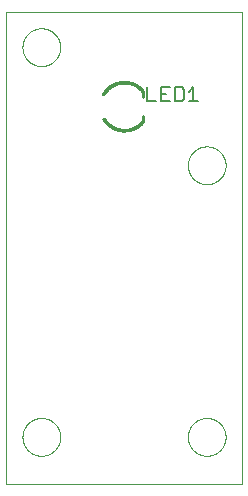
<source format=gto>
G75*
%MOIN*%
%OFA0B0*%
%FSLAX25Y25*%
%IPPOS*%
%LPD*%
%AMOC8*
5,1,8,0,0,1.08239X$1,22.5*
%
%ADD10C,0.00000*%
%ADD11C,0.00100*%
%ADD12C,0.01000*%
%ADD13C,0.00500*%
D10*
X0001000Y0001000D02*
X0001000Y0158480D01*
X0079740Y0158480D01*
X0079740Y0001000D01*
X0001000Y0001000D01*
X0006512Y0016748D02*
X0006514Y0016906D01*
X0006520Y0017064D01*
X0006530Y0017222D01*
X0006544Y0017380D01*
X0006562Y0017537D01*
X0006583Y0017694D01*
X0006609Y0017850D01*
X0006639Y0018006D01*
X0006672Y0018161D01*
X0006710Y0018314D01*
X0006751Y0018467D01*
X0006796Y0018619D01*
X0006845Y0018770D01*
X0006898Y0018919D01*
X0006954Y0019067D01*
X0007014Y0019213D01*
X0007078Y0019358D01*
X0007146Y0019501D01*
X0007217Y0019643D01*
X0007291Y0019783D01*
X0007369Y0019920D01*
X0007451Y0020056D01*
X0007535Y0020190D01*
X0007624Y0020321D01*
X0007715Y0020450D01*
X0007810Y0020577D01*
X0007907Y0020702D01*
X0008008Y0020824D01*
X0008112Y0020943D01*
X0008219Y0021060D01*
X0008329Y0021174D01*
X0008442Y0021285D01*
X0008557Y0021394D01*
X0008675Y0021499D01*
X0008796Y0021601D01*
X0008919Y0021701D01*
X0009045Y0021797D01*
X0009173Y0021890D01*
X0009303Y0021980D01*
X0009436Y0022066D01*
X0009571Y0022150D01*
X0009707Y0022229D01*
X0009846Y0022306D01*
X0009987Y0022378D01*
X0010129Y0022448D01*
X0010273Y0022513D01*
X0010419Y0022575D01*
X0010566Y0022633D01*
X0010715Y0022688D01*
X0010865Y0022739D01*
X0011016Y0022786D01*
X0011168Y0022829D01*
X0011321Y0022868D01*
X0011476Y0022904D01*
X0011631Y0022935D01*
X0011787Y0022963D01*
X0011943Y0022987D01*
X0012100Y0023007D01*
X0012258Y0023023D01*
X0012415Y0023035D01*
X0012574Y0023043D01*
X0012732Y0023047D01*
X0012890Y0023047D01*
X0013048Y0023043D01*
X0013207Y0023035D01*
X0013364Y0023023D01*
X0013522Y0023007D01*
X0013679Y0022987D01*
X0013835Y0022963D01*
X0013991Y0022935D01*
X0014146Y0022904D01*
X0014301Y0022868D01*
X0014454Y0022829D01*
X0014606Y0022786D01*
X0014757Y0022739D01*
X0014907Y0022688D01*
X0015056Y0022633D01*
X0015203Y0022575D01*
X0015349Y0022513D01*
X0015493Y0022448D01*
X0015635Y0022378D01*
X0015776Y0022306D01*
X0015915Y0022229D01*
X0016051Y0022150D01*
X0016186Y0022066D01*
X0016319Y0021980D01*
X0016449Y0021890D01*
X0016577Y0021797D01*
X0016703Y0021701D01*
X0016826Y0021601D01*
X0016947Y0021499D01*
X0017065Y0021394D01*
X0017180Y0021285D01*
X0017293Y0021174D01*
X0017403Y0021060D01*
X0017510Y0020943D01*
X0017614Y0020824D01*
X0017715Y0020702D01*
X0017812Y0020577D01*
X0017907Y0020450D01*
X0017998Y0020321D01*
X0018087Y0020190D01*
X0018171Y0020056D01*
X0018253Y0019920D01*
X0018331Y0019783D01*
X0018405Y0019643D01*
X0018476Y0019501D01*
X0018544Y0019358D01*
X0018608Y0019213D01*
X0018668Y0019067D01*
X0018724Y0018919D01*
X0018777Y0018770D01*
X0018826Y0018619D01*
X0018871Y0018467D01*
X0018912Y0018314D01*
X0018950Y0018161D01*
X0018983Y0018006D01*
X0019013Y0017850D01*
X0019039Y0017694D01*
X0019060Y0017537D01*
X0019078Y0017380D01*
X0019092Y0017222D01*
X0019102Y0017064D01*
X0019108Y0016906D01*
X0019110Y0016748D01*
X0019108Y0016590D01*
X0019102Y0016432D01*
X0019092Y0016274D01*
X0019078Y0016116D01*
X0019060Y0015959D01*
X0019039Y0015802D01*
X0019013Y0015646D01*
X0018983Y0015490D01*
X0018950Y0015335D01*
X0018912Y0015182D01*
X0018871Y0015029D01*
X0018826Y0014877D01*
X0018777Y0014726D01*
X0018724Y0014577D01*
X0018668Y0014429D01*
X0018608Y0014283D01*
X0018544Y0014138D01*
X0018476Y0013995D01*
X0018405Y0013853D01*
X0018331Y0013713D01*
X0018253Y0013576D01*
X0018171Y0013440D01*
X0018087Y0013306D01*
X0017998Y0013175D01*
X0017907Y0013046D01*
X0017812Y0012919D01*
X0017715Y0012794D01*
X0017614Y0012672D01*
X0017510Y0012553D01*
X0017403Y0012436D01*
X0017293Y0012322D01*
X0017180Y0012211D01*
X0017065Y0012102D01*
X0016947Y0011997D01*
X0016826Y0011895D01*
X0016703Y0011795D01*
X0016577Y0011699D01*
X0016449Y0011606D01*
X0016319Y0011516D01*
X0016186Y0011430D01*
X0016051Y0011346D01*
X0015915Y0011267D01*
X0015776Y0011190D01*
X0015635Y0011118D01*
X0015493Y0011048D01*
X0015349Y0010983D01*
X0015203Y0010921D01*
X0015056Y0010863D01*
X0014907Y0010808D01*
X0014757Y0010757D01*
X0014606Y0010710D01*
X0014454Y0010667D01*
X0014301Y0010628D01*
X0014146Y0010592D01*
X0013991Y0010561D01*
X0013835Y0010533D01*
X0013679Y0010509D01*
X0013522Y0010489D01*
X0013364Y0010473D01*
X0013207Y0010461D01*
X0013048Y0010453D01*
X0012890Y0010449D01*
X0012732Y0010449D01*
X0012574Y0010453D01*
X0012415Y0010461D01*
X0012258Y0010473D01*
X0012100Y0010489D01*
X0011943Y0010509D01*
X0011787Y0010533D01*
X0011631Y0010561D01*
X0011476Y0010592D01*
X0011321Y0010628D01*
X0011168Y0010667D01*
X0011016Y0010710D01*
X0010865Y0010757D01*
X0010715Y0010808D01*
X0010566Y0010863D01*
X0010419Y0010921D01*
X0010273Y0010983D01*
X0010129Y0011048D01*
X0009987Y0011118D01*
X0009846Y0011190D01*
X0009707Y0011267D01*
X0009571Y0011346D01*
X0009436Y0011430D01*
X0009303Y0011516D01*
X0009173Y0011606D01*
X0009045Y0011699D01*
X0008919Y0011795D01*
X0008796Y0011895D01*
X0008675Y0011997D01*
X0008557Y0012102D01*
X0008442Y0012211D01*
X0008329Y0012322D01*
X0008219Y0012436D01*
X0008112Y0012553D01*
X0008008Y0012672D01*
X0007907Y0012794D01*
X0007810Y0012919D01*
X0007715Y0013046D01*
X0007624Y0013175D01*
X0007535Y0013306D01*
X0007451Y0013440D01*
X0007369Y0013576D01*
X0007291Y0013713D01*
X0007217Y0013853D01*
X0007146Y0013995D01*
X0007078Y0014138D01*
X0007014Y0014283D01*
X0006954Y0014429D01*
X0006898Y0014577D01*
X0006845Y0014726D01*
X0006796Y0014877D01*
X0006751Y0015029D01*
X0006710Y0015182D01*
X0006672Y0015335D01*
X0006639Y0015490D01*
X0006609Y0015646D01*
X0006583Y0015802D01*
X0006562Y0015959D01*
X0006544Y0016116D01*
X0006530Y0016274D01*
X0006520Y0016432D01*
X0006514Y0016590D01*
X0006512Y0016748D01*
X0061630Y0016748D02*
X0061632Y0016906D01*
X0061638Y0017064D01*
X0061648Y0017222D01*
X0061662Y0017380D01*
X0061680Y0017537D01*
X0061701Y0017694D01*
X0061727Y0017850D01*
X0061757Y0018006D01*
X0061790Y0018161D01*
X0061828Y0018314D01*
X0061869Y0018467D01*
X0061914Y0018619D01*
X0061963Y0018770D01*
X0062016Y0018919D01*
X0062072Y0019067D01*
X0062132Y0019213D01*
X0062196Y0019358D01*
X0062264Y0019501D01*
X0062335Y0019643D01*
X0062409Y0019783D01*
X0062487Y0019920D01*
X0062569Y0020056D01*
X0062653Y0020190D01*
X0062742Y0020321D01*
X0062833Y0020450D01*
X0062928Y0020577D01*
X0063025Y0020702D01*
X0063126Y0020824D01*
X0063230Y0020943D01*
X0063337Y0021060D01*
X0063447Y0021174D01*
X0063560Y0021285D01*
X0063675Y0021394D01*
X0063793Y0021499D01*
X0063914Y0021601D01*
X0064037Y0021701D01*
X0064163Y0021797D01*
X0064291Y0021890D01*
X0064421Y0021980D01*
X0064554Y0022066D01*
X0064689Y0022150D01*
X0064825Y0022229D01*
X0064964Y0022306D01*
X0065105Y0022378D01*
X0065247Y0022448D01*
X0065391Y0022513D01*
X0065537Y0022575D01*
X0065684Y0022633D01*
X0065833Y0022688D01*
X0065983Y0022739D01*
X0066134Y0022786D01*
X0066286Y0022829D01*
X0066439Y0022868D01*
X0066594Y0022904D01*
X0066749Y0022935D01*
X0066905Y0022963D01*
X0067061Y0022987D01*
X0067218Y0023007D01*
X0067376Y0023023D01*
X0067533Y0023035D01*
X0067692Y0023043D01*
X0067850Y0023047D01*
X0068008Y0023047D01*
X0068166Y0023043D01*
X0068325Y0023035D01*
X0068482Y0023023D01*
X0068640Y0023007D01*
X0068797Y0022987D01*
X0068953Y0022963D01*
X0069109Y0022935D01*
X0069264Y0022904D01*
X0069419Y0022868D01*
X0069572Y0022829D01*
X0069724Y0022786D01*
X0069875Y0022739D01*
X0070025Y0022688D01*
X0070174Y0022633D01*
X0070321Y0022575D01*
X0070467Y0022513D01*
X0070611Y0022448D01*
X0070753Y0022378D01*
X0070894Y0022306D01*
X0071033Y0022229D01*
X0071169Y0022150D01*
X0071304Y0022066D01*
X0071437Y0021980D01*
X0071567Y0021890D01*
X0071695Y0021797D01*
X0071821Y0021701D01*
X0071944Y0021601D01*
X0072065Y0021499D01*
X0072183Y0021394D01*
X0072298Y0021285D01*
X0072411Y0021174D01*
X0072521Y0021060D01*
X0072628Y0020943D01*
X0072732Y0020824D01*
X0072833Y0020702D01*
X0072930Y0020577D01*
X0073025Y0020450D01*
X0073116Y0020321D01*
X0073205Y0020190D01*
X0073289Y0020056D01*
X0073371Y0019920D01*
X0073449Y0019783D01*
X0073523Y0019643D01*
X0073594Y0019501D01*
X0073662Y0019358D01*
X0073726Y0019213D01*
X0073786Y0019067D01*
X0073842Y0018919D01*
X0073895Y0018770D01*
X0073944Y0018619D01*
X0073989Y0018467D01*
X0074030Y0018314D01*
X0074068Y0018161D01*
X0074101Y0018006D01*
X0074131Y0017850D01*
X0074157Y0017694D01*
X0074178Y0017537D01*
X0074196Y0017380D01*
X0074210Y0017222D01*
X0074220Y0017064D01*
X0074226Y0016906D01*
X0074228Y0016748D01*
X0074226Y0016590D01*
X0074220Y0016432D01*
X0074210Y0016274D01*
X0074196Y0016116D01*
X0074178Y0015959D01*
X0074157Y0015802D01*
X0074131Y0015646D01*
X0074101Y0015490D01*
X0074068Y0015335D01*
X0074030Y0015182D01*
X0073989Y0015029D01*
X0073944Y0014877D01*
X0073895Y0014726D01*
X0073842Y0014577D01*
X0073786Y0014429D01*
X0073726Y0014283D01*
X0073662Y0014138D01*
X0073594Y0013995D01*
X0073523Y0013853D01*
X0073449Y0013713D01*
X0073371Y0013576D01*
X0073289Y0013440D01*
X0073205Y0013306D01*
X0073116Y0013175D01*
X0073025Y0013046D01*
X0072930Y0012919D01*
X0072833Y0012794D01*
X0072732Y0012672D01*
X0072628Y0012553D01*
X0072521Y0012436D01*
X0072411Y0012322D01*
X0072298Y0012211D01*
X0072183Y0012102D01*
X0072065Y0011997D01*
X0071944Y0011895D01*
X0071821Y0011795D01*
X0071695Y0011699D01*
X0071567Y0011606D01*
X0071437Y0011516D01*
X0071304Y0011430D01*
X0071169Y0011346D01*
X0071033Y0011267D01*
X0070894Y0011190D01*
X0070753Y0011118D01*
X0070611Y0011048D01*
X0070467Y0010983D01*
X0070321Y0010921D01*
X0070174Y0010863D01*
X0070025Y0010808D01*
X0069875Y0010757D01*
X0069724Y0010710D01*
X0069572Y0010667D01*
X0069419Y0010628D01*
X0069264Y0010592D01*
X0069109Y0010561D01*
X0068953Y0010533D01*
X0068797Y0010509D01*
X0068640Y0010489D01*
X0068482Y0010473D01*
X0068325Y0010461D01*
X0068166Y0010453D01*
X0068008Y0010449D01*
X0067850Y0010449D01*
X0067692Y0010453D01*
X0067533Y0010461D01*
X0067376Y0010473D01*
X0067218Y0010489D01*
X0067061Y0010509D01*
X0066905Y0010533D01*
X0066749Y0010561D01*
X0066594Y0010592D01*
X0066439Y0010628D01*
X0066286Y0010667D01*
X0066134Y0010710D01*
X0065983Y0010757D01*
X0065833Y0010808D01*
X0065684Y0010863D01*
X0065537Y0010921D01*
X0065391Y0010983D01*
X0065247Y0011048D01*
X0065105Y0011118D01*
X0064964Y0011190D01*
X0064825Y0011267D01*
X0064689Y0011346D01*
X0064554Y0011430D01*
X0064421Y0011516D01*
X0064291Y0011606D01*
X0064163Y0011699D01*
X0064037Y0011795D01*
X0063914Y0011895D01*
X0063793Y0011997D01*
X0063675Y0012102D01*
X0063560Y0012211D01*
X0063447Y0012322D01*
X0063337Y0012436D01*
X0063230Y0012553D01*
X0063126Y0012672D01*
X0063025Y0012794D01*
X0062928Y0012919D01*
X0062833Y0013046D01*
X0062742Y0013175D01*
X0062653Y0013306D01*
X0062569Y0013440D01*
X0062487Y0013576D01*
X0062409Y0013713D01*
X0062335Y0013853D01*
X0062264Y0013995D01*
X0062196Y0014138D01*
X0062132Y0014283D01*
X0062072Y0014429D01*
X0062016Y0014577D01*
X0061963Y0014726D01*
X0061914Y0014877D01*
X0061869Y0015029D01*
X0061828Y0015182D01*
X0061790Y0015335D01*
X0061757Y0015490D01*
X0061727Y0015646D01*
X0061701Y0015802D01*
X0061680Y0015959D01*
X0061662Y0016116D01*
X0061648Y0016274D01*
X0061638Y0016432D01*
X0061632Y0016590D01*
X0061630Y0016748D01*
X0061630Y0107299D02*
X0061632Y0107457D01*
X0061638Y0107615D01*
X0061648Y0107773D01*
X0061662Y0107931D01*
X0061680Y0108088D01*
X0061701Y0108245D01*
X0061727Y0108401D01*
X0061757Y0108557D01*
X0061790Y0108712D01*
X0061828Y0108865D01*
X0061869Y0109018D01*
X0061914Y0109170D01*
X0061963Y0109321D01*
X0062016Y0109470D01*
X0062072Y0109618D01*
X0062132Y0109764D01*
X0062196Y0109909D01*
X0062264Y0110052D01*
X0062335Y0110194D01*
X0062409Y0110334D01*
X0062487Y0110471D01*
X0062569Y0110607D01*
X0062653Y0110741D01*
X0062742Y0110872D01*
X0062833Y0111001D01*
X0062928Y0111128D01*
X0063025Y0111253D01*
X0063126Y0111375D01*
X0063230Y0111494D01*
X0063337Y0111611D01*
X0063447Y0111725D01*
X0063560Y0111836D01*
X0063675Y0111945D01*
X0063793Y0112050D01*
X0063914Y0112152D01*
X0064037Y0112252D01*
X0064163Y0112348D01*
X0064291Y0112441D01*
X0064421Y0112531D01*
X0064554Y0112617D01*
X0064689Y0112701D01*
X0064825Y0112780D01*
X0064964Y0112857D01*
X0065105Y0112929D01*
X0065247Y0112999D01*
X0065391Y0113064D01*
X0065537Y0113126D01*
X0065684Y0113184D01*
X0065833Y0113239D01*
X0065983Y0113290D01*
X0066134Y0113337D01*
X0066286Y0113380D01*
X0066439Y0113419D01*
X0066594Y0113455D01*
X0066749Y0113486D01*
X0066905Y0113514D01*
X0067061Y0113538D01*
X0067218Y0113558D01*
X0067376Y0113574D01*
X0067533Y0113586D01*
X0067692Y0113594D01*
X0067850Y0113598D01*
X0068008Y0113598D01*
X0068166Y0113594D01*
X0068325Y0113586D01*
X0068482Y0113574D01*
X0068640Y0113558D01*
X0068797Y0113538D01*
X0068953Y0113514D01*
X0069109Y0113486D01*
X0069264Y0113455D01*
X0069419Y0113419D01*
X0069572Y0113380D01*
X0069724Y0113337D01*
X0069875Y0113290D01*
X0070025Y0113239D01*
X0070174Y0113184D01*
X0070321Y0113126D01*
X0070467Y0113064D01*
X0070611Y0112999D01*
X0070753Y0112929D01*
X0070894Y0112857D01*
X0071033Y0112780D01*
X0071169Y0112701D01*
X0071304Y0112617D01*
X0071437Y0112531D01*
X0071567Y0112441D01*
X0071695Y0112348D01*
X0071821Y0112252D01*
X0071944Y0112152D01*
X0072065Y0112050D01*
X0072183Y0111945D01*
X0072298Y0111836D01*
X0072411Y0111725D01*
X0072521Y0111611D01*
X0072628Y0111494D01*
X0072732Y0111375D01*
X0072833Y0111253D01*
X0072930Y0111128D01*
X0073025Y0111001D01*
X0073116Y0110872D01*
X0073205Y0110741D01*
X0073289Y0110607D01*
X0073371Y0110471D01*
X0073449Y0110334D01*
X0073523Y0110194D01*
X0073594Y0110052D01*
X0073662Y0109909D01*
X0073726Y0109764D01*
X0073786Y0109618D01*
X0073842Y0109470D01*
X0073895Y0109321D01*
X0073944Y0109170D01*
X0073989Y0109018D01*
X0074030Y0108865D01*
X0074068Y0108712D01*
X0074101Y0108557D01*
X0074131Y0108401D01*
X0074157Y0108245D01*
X0074178Y0108088D01*
X0074196Y0107931D01*
X0074210Y0107773D01*
X0074220Y0107615D01*
X0074226Y0107457D01*
X0074228Y0107299D01*
X0074226Y0107141D01*
X0074220Y0106983D01*
X0074210Y0106825D01*
X0074196Y0106667D01*
X0074178Y0106510D01*
X0074157Y0106353D01*
X0074131Y0106197D01*
X0074101Y0106041D01*
X0074068Y0105886D01*
X0074030Y0105733D01*
X0073989Y0105580D01*
X0073944Y0105428D01*
X0073895Y0105277D01*
X0073842Y0105128D01*
X0073786Y0104980D01*
X0073726Y0104834D01*
X0073662Y0104689D01*
X0073594Y0104546D01*
X0073523Y0104404D01*
X0073449Y0104264D01*
X0073371Y0104127D01*
X0073289Y0103991D01*
X0073205Y0103857D01*
X0073116Y0103726D01*
X0073025Y0103597D01*
X0072930Y0103470D01*
X0072833Y0103345D01*
X0072732Y0103223D01*
X0072628Y0103104D01*
X0072521Y0102987D01*
X0072411Y0102873D01*
X0072298Y0102762D01*
X0072183Y0102653D01*
X0072065Y0102548D01*
X0071944Y0102446D01*
X0071821Y0102346D01*
X0071695Y0102250D01*
X0071567Y0102157D01*
X0071437Y0102067D01*
X0071304Y0101981D01*
X0071169Y0101897D01*
X0071033Y0101818D01*
X0070894Y0101741D01*
X0070753Y0101669D01*
X0070611Y0101599D01*
X0070467Y0101534D01*
X0070321Y0101472D01*
X0070174Y0101414D01*
X0070025Y0101359D01*
X0069875Y0101308D01*
X0069724Y0101261D01*
X0069572Y0101218D01*
X0069419Y0101179D01*
X0069264Y0101143D01*
X0069109Y0101112D01*
X0068953Y0101084D01*
X0068797Y0101060D01*
X0068640Y0101040D01*
X0068482Y0101024D01*
X0068325Y0101012D01*
X0068166Y0101004D01*
X0068008Y0101000D01*
X0067850Y0101000D01*
X0067692Y0101004D01*
X0067533Y0101012D01*
X0067376Y0101024D01*
X0067218Y0101040D01*
X0067061Y0101060D01*
X0066905Y0101084D01*
X0066749Y0101112D01*
X0066594Y0101143D01*
X0066439Y0101179D01*
X0066286Y0101218D01*
X0066134Y0101261D01*
X0065983Y0101308D01*
X0065833Y0101359D01*
X0065684Y0101414D01*
X0065537Y0101472D01*
X0065391Y0101534D01*
X0065247Y0101599D01*
X0065105Y0101669D01*
X0064964Y0101741D01*
X0064825Y0101818D01*
X0064689Y0101897D01*
X0064554Y0101981D01*
X0064421Y0102067D01*
X0064291Y0102157D01*
X0064163Y0102250D01*
X0064037Y0102346D01*
X0063914Y0102446D01*
X0063793Y0102548D01*
X0063675Y0102653D01*
X0063560Y0102762D01*
X0063447Y0102873D01*
X0063337Y0102987D01*
X0063230Y0103104D01*
X0063126Y0103223D01*
X0063025Y0103345D01*
X0062928Y0103470D01*
X0062833Y0103597D01*
X0062742Y0103726D01*
X0062653Y0103857D01*
X0062569Y0103991D01*
X0062487Y0104127D01*
X0062409Y0104264D01*
X0062335Y0104404D01*
X0062264Y0104546D01*
X0062196Y0104689D01*
X0062132Y0104834D01*
X0062072Y0104980D01*
X0062016Y0105128D01*
X0061963Y0105277D01*
X0061914Y0105428D01*
X0061869Y0105580D01*
X0061828Y0105733D01*
X0061790Y0105886D01*
X0061757Y0106041D01*
X0061727Y0106197D01*
X0061701Y0106353D01*
X0061680Y0106510D01*
X0061662Y0106667D01*
X0061648Y0106825D01*
X0061638Y0106983D01*
X0061632Y0107141D01*
X0061630Y0107299D01*
X0006512Y0146669D02*
X0006514Y0146827D01*
X0006520Y0146985D01*
X0006530Y0147143D01*
X0006544Y0147301D01*
X0006562Y0147458D01*
X0006583Y0147615D01*
X0006609Y0147771D01*
X0006639Y0147927D01*
X0006672Y0148082D01*
X0006710Y0148235D01*
X0006751Y0148388D01*
X0006796Y0148540D01*
X0006845Y0148691D01*
X0006898Y0148840D01*
X0006954Y0148988D01*
X0007014Y0149134D01*
X0007078Y0149279D01*
X0007146Y0149422D01*
X0007217Y0149564D01*
X0007291Y0149704D01*
X0007369Y0149841D01*
X0007451Y0149977D01*
X0007535Y0150111D01*
X0007624Y0150242D01*
X0007715Y0150371D01*
X0007810Y0150498D01*
X0007907Y0150623D01*
X0008008Y0150745D01*
X0008112Y0150864D01*
X0008219Y0150981D01*
X0008329Y0151095D01*
X0008442Y0151206D01*
X0008557Y0151315D01*
X0008675Y0151420D01*
X0008796Y0151522D01*
X0008919Y0151622D01*
X0009045Y0151718D01*
X0009173Y0151811D01*
X0009303Y0151901D01*
X0009436Y0151987D01*
X0009571Y0152071D01*
X0009707Y0152150D01*
X0009846Y0152227D01*
X0009987Y0152299D01*
X0010129Y0152369D01*
X0010273Y0152434D01*
X0010419Y0152496D01*
X0010566Y0152554D01*
X0010715Y0152609D01*
X0010865Y0152660D01*
X0011016Y0152707D01*
X0011168Y0152750D01*
X0011321Y0152789D01*
X0011476Y0152825D01*
X0011631Y0152856D01*
X0011787Y0152884D01*
X0011943Y0152908D01*
X0012100Y0152928D01*
X0012258Y0152944D01*
X0012415Y0152956D01*
X0012574Y0152964D01*
X0012732Y0152968D01*
X0012890Y0152968D01*
X0013048Y0152964D01*
X0013207Y0152956D01*
X0013364Y0152944D01*
X0013522Y0152928D01*
X0013679Y0152908D01*
X0013835Y0152884D01*
X0013991Y0152856D01*
X0014146Y0152825D01*
X0014301Y0152789D01*
X0014454Y0152750D01*
X0014606Y0152707D01*
X0014757Y0152660D01*
X0014907Y0152609D01*
X0015056Y0152554D01*
X0015203Y0152496D01*
X0015349Y0152434D01*
X0015493Y0152369D01*
X0015635Y0152299D01*
X0015776Y0152227D01*
X0015915Y0152150D01*
X0016051Y0152071D01*
X0016186Y0151987D01*
X0016319Y0151901D01*
X0016449Y0151811D01*
X0016577Y0151718D01*
X0016703Y0151622D01*
X0016826Y0151522D01*
X0016947Y0151420D01*
X0017065Y0151315D01*
X0017180Y0151206D01*
X0017293Y0151095D01*
X0017403Y0150981D01*
X0017510Y0150864D01*
X0017614Y0150745D01*
X0017715Y0150623D01*
X0017812Y0150498D01*
X0017907Y0150371D01*
X0017998Y0150242D01*
X0018087Y0150111D01*
X0018171Y0149977D01*
X0018253Y0149841D01*
X0018331Y0149704D01*
X0018405Y0149564D01*
X0018476Y0149422D01*
X0018544Y0149279D01*
X0018608Y0149134D01*
X0018668Y0148988D01*
X0018724Y0148840D01*
X0018777Y0148691D01*
X0018826Y0148540D01*
X0018871Y0148388D01*
X0018912Y0148235D01*
X0018950Y0148082D01*
X0018983Y0147927D01*
X0019013Y0147771D01*
X0019039Y0147615D01*
X0019060Y0147458D01*
X0019078Y0147301D01*
X0019092Y0147143D01*
X0019102Y0146985D01*
X0019108Y0146827D01*
X0019110Y0146669D01*
X0019108Y0146511D01*
X0019102Y0146353D01*
X0019092Y0146195D01*
X0019078Y0146037D01*
X0019060Y0145880D01*
X0019039Y0145723D01*
X0019013Y0145567D01*
X0018983Y0145411D01*
X0018950Y0145256D01*
X0018912Y0145103D01*
X0018871Y0144950D01*
X0018826Y0144798D01*
X0018777Y0144647D01*
X0018724Y0144498D01*
X0018668Y0144350D01*
X0018608Y0144204D01*
X0018544Y0144059D01*
X0018476Y0143916D01*
X0018405Y0143774D01*
X0018331Y0143634D01*
X0018253Y0143497D01*
X0018171Y0143361D01*
X0018087Y0143227D01*
X0017998Y0143096D01*
X0017907Y0142967D01*
X0017812Y0142840D01*
X0017715Y0142715D01*
X0017614Y0142593D01*
X0017510Y0142474D01*
X0017403Y0142357D01*
X0017293Y0142243D01*
X0017180Y0142132D01*
X0017065Y0142023D01*
X0016947Y0141918D01*
X0016826Y0141816D01*
X0016703Y0141716D01*
X0016577Y0141620D01*
X0016449Y0141527D01*
X0016319Y0141437D01*
X0016186Y0141351D01*
X0016051Y0141267D01*
X0015915Y0141188D01*
X0015776Y0141111D01*
X0015635Y0141039D01*
X0015493Y0140969D01*
X0015349Y0140904D01*
X0015203Y0140842D01*
X0015056Y0140784D01*
X0014907Y0140729D01*
X0014757Y0140678D01*
X0014606Y0140631D01*
X0014454Y0140588D01*
X0014301Y0140549D01*
X0014146Y0140513D01*
X0013991Y0140482D01*
X0013835Y0140454D01*
X0013679Y0140430D01*
X0013522Y0140410D01*
X0013364Y0140394D01*
X0013207Y0140382D01*
X0013048Y0140374D01*
X0012890Y0140370D01*
X0012732Y0140370D01*
X0012574Y0140374D01*
X0012415Y0140382D01*
X0012258Y0140394D01*
X0012100Y0140410D01*
X0011943Y0140430D01*
X0011787Y0140454D01*
X0011631Y0140482D01*
X0011476Y0140513D01*
X0011321Y0140549D01*
X0011168Y0140588D01*
X0011016Y0140631D01*
X0010865Y0140678D01*
X0010715Y0140729D01*
X0010566Y0140784D01*
X0010419Y0140842D01*
X0010273Y0140904D01*
X0010129Y0140969D01*
X0009987Y0141039D01*
X0009846Y0141111D01*
X0009707Y0141188D01*
X0009571Y0141267D01*
X0009436Y0141351D01*
X0009303Y0141437D01*
X0009173Y0141527D01*
X0009045Y0141620D01*
X0008919Y0141716D01*
X0008796Y0141816D01*
X0008675Y0141918D01*
X0008557Y0142023D01*
X0008442Y0142132D01*
X0008329Y0142243D01*
X0008219Y0142357D01*
X0008112Y0142474D01*
X0008008Y0142593D01*
X0007907Y0142715D01*
X0007810Y0142840D01*
X0007715Y0142967D01*
X0007624Y0143096D01*
X0007535Y0143227D01*
X0007451Y0143361D01*
X0007369Y0143497D01*
X0007291Y0143634D01*
X0007217Y0143774D01*
X0007146Y0143916D01*
X0007078Y0144059D01*
X0007014Y0144204D01*
X0006954Y0144350D01*
X0006898Y0144498D01*
X0006845Y0144647D01*
X0006796Y0144798D01*
X0006751Y0144950D01*
X0006710Y0145103D01*
X0006672Y0145256D01*
X0006639Y0145411D01*
X0006609Y0145567D01*
X0006583Y0145723D01*
X0006562Y0145880D01*
X0006544Y0146037D01*
X0006530Y0146195D01*
X0006520Y0146353D01*
X0006514Y0146511D01*
X0006512Y0146669D01*
D11*
X0033059Y0122749D02*
X0033840Y0123195D01*
X0033933Y0123038D01*
X0034030Y0122884D01*
X0034131Y0122732D01*
X0034236Y0122583D01*
X0034344Y0122436D01*
X0034455Y0122291D01*
X0034570Y0122150D01*
X0034689Y0122011D01*
X0034811Y0121876D01*
X0034936Y0121743D01*
X0035064Y0121613D01*
X0035195Y0121487D01*
X0035329Y0121363D01*
X0035466Y0121243D01*
X0035606Y0121126D01*
X0035749Y0121013D01*
X0035895Y0120903D01*
X0036043Y0120797D01*
X0036194Y0120694D01*
X0036347Y0120595D01*
X0036502Y0120500D01*
X0036660Y0120409D01*
X0036820Y0120321D01*
X0036982Y0120237D01*
X0037145Y0120157D01*
X0037311Y0120081D01*
X0037479Y0120010D01*
X0037648Y0119942D01*
X0037819Y0119878D01*
X0037991Y0119819D01*
X0038165Y0119763D01*
X0038340Y0119712D01*
X0038516Y0119665D01*
X0038693Y0119623D01*
X0038872Y0119584D01*
X0039051Y0119550D01*
X0039231Y0119520D01*
X0039411Y0119495D01*
X0039592Y0119474D01*
X0039774Y0119458D01*
X0039956Y0119445D01*
X0040138Y0119438D01*
X0040320Y0119434D01*
X0040321Y0118535D01*
X0040320Y0118534D01*
X0040116Y0118538D01*
X0039912Y0118546D01*
X0039708Y0118560D01*
X0039504Y0118578D01*
X0039301Y0118602D01*
X0039099Y0118630D01*
X0038897Y0118663D01*
X0038697Y0118701D01*
X0038497Y0118744D01*
X0038298Y0118792D01*
X0038101Y0118844D01*
X0037905Y0118902D01*
X0037710Y0118964D01*
X0037517Y0119030D01*
X0037325Y0119102D01*
X0037136Y0119178D01*
X0036948Y0119258D01*
X0036762Y0119343D01*
X0036578Y0119433D01*
X0036397Y0119526D01*
X0036218Y0119625D01*
X0036041Y0119727D01*
X0035867Y0119834D01*
X0035695Y0119945D01*
X0035526Y0120060D01*
X0035360Y0120179D01*
X0035197Y0120302D01*
X0035037Y0120429D01*
X0034880Y0120560D01*
X0034726Y0120695D01*
X0034576Y0120833D01*
X0034429Y0120975D01*
X0034285Y0121120D01*
X0034145Y0121269D01*
X0034009Y0121421D01*
X0033876Y0121577D01*
X0033748Y0121735D01*
X0033623Y0121897D01*
X0033502Y0122062D01*
X0033385Y0122229D01*
X0033272Y0122400D01*
X0033163Y0122573D01*
X0033058Y0122748D01*
X0033140Y0122795D01*
X0033243Y0122621D01*
X0033351Y0122450D01*
X0033463Y0122282D01*
X0033578Y0122116D01*
X0033698Y0121953D01*
X0033822Y0121794D01*
X0033949Y0121637D01*
X0034080Y0121483D01*
X0034215Y0121333D01*
X0034353Y0121185D01*
X0034495Y0121042D01*
X0034641Y0120901D01*
X0034789Y0120765D01*
X0034941Y0120632D01*
X0035097Y0120502D01*
X0035255Y0120377D01*
X0035416Y0120255D01*
X0035580Y0120137D01*
X0035747Y0120023D01*
X0035917Y0119914D01*
X0036089Y0119808D01*
X0036264Y0119707D01*
X0036441Y0119609D01*
X0036620Y0119517D01*
X0036802Y0119428D01*
X0036986Y0119344D01*
X0037171Y0119264D01*
X0037359Y0119189D01*
X0037548Y0119119D01*
X0037739Y0119053D01*
X0037932Y0118992D01*
X0038126Y0118935D01*
X0038321Y0118883D01*
X0038517Y0118836D01*
X0038715Y0118794D01*
X0038913Y0118756D01*
X0039113Y0118723D01*
X0039313Y0118695D01*
X0039514Y0118672D01*
X0039715Y0118654D01*
X0039916Y0118640D01*
X0040118Y0118632D01*
X0040320Y0118628D01*
X0040320Y0118722D01*
X0040121Y0118726D01*
X0039921Y0118734D01*
X0039722Y0118747D01*
X0039523Y0118766D01*
X0039324Y0118788D01*
X0039127Y0118816D01*
X0038929Y0118849D01*
X0038733Y0118886D01*
X0038538Y0118928D01*
X0038344Y0118974D01*
X0038151Y0119026D01*
X0037959Y0119082D01*
X0037769Y0119142D01*
X0037580Y0119207D01*
X0037393Y0119277D01*
X0037207Y0119351D01*
X0037024Y0119430D01*
X0036842Y0119513D01*
X0036662Y0119601D01*
X0036485Y0119692D01*
X0036310Y0119788D01*
X0036137Y0119889D01*
X0035967Y0119993D01*
X0035799Y0120102D01*
X0035634Y0120214D01*
X0035472Y0120330D01*
X0035313Y0120451D01*
X0035156Y0120575D01*
X0035003Y0120703D01*
X0034852Y0120834D01*
X0034705Y0120970D01*
X0034562Y0121108D01*
X0034421Y0121250D01*
X0034284Y0121396D01*
X0034151Y0121545D01*
X0034021Y0121697D01*
X0033895Y0121852D01*
X0033773Y0122010D01*
X0033655Y0122171D01*
X0033541Y0122334D01*
X0033430Y0122501D01*
X0033324Y0122670D01*
X0033222Y0122841D01*
X0033303Y0122888D01*
X0033404Y0122718D01*
X0033509Y0122551D01*
X0033619Y0122387D01*
X0033732Y0122225D01*
X0033849Y0122066D01*
X0033969Y0121910D01*
X0034094Y0121756D01*
X0034222Y0121606D01*
X0034354Y0121459D01*
X0034489Y0121315D01*
X0034628Y0121175D01*
X0034770Y0121038D01*
X0034915Y0120904D01*
X0035064Y0120774D01*
X0035216Y0120648D01*
X0035370Y0120525D01*
X0035528Y0120406D01*
X0035688Y0120291D01*
X0035851Y0120180D01*
X0036017Y0120073D01*
X0036185Y0119969D01*
X0036356Y0119870D01*
X0036529Y0119775D01*
X0036705Y0119685D01*
X0036882Y0119598D01*
X0037062Y0119516D01*
X0037243Y0119438D01*
X0037426Y0119365D01*
X0037611Y0119296D01*
X0037798Y0119232D01*
X0037986Y0119172D01*
X0038176Y0119116D01*
X0038366Y0119066D01*
X0038558Y0119019D01*
X0038751Y0118978D01*
X0038945Y0118941D01*
X0039140Y0118909D01*
X0039336Y0118882D01*
X0039532Y0118859D01*
X0039729Y0118841D01*
X0039926Y0118828D01*
X0040123Y0118820D01*
X0040320Y0118816D01*
X0040320Y0118910D01*
X0040125Y0118914D01*
X0039930Y0118922D01*
X0039735Y0118935D01*
X0039541Y0118953D01*
X0039347Y0118975D01*
X0039154Y0119002D01*
X0038961Y0119034D01*
X0038770Y0119070D01*
X0038579Y0119111D01*
X0038389Y0119157D01*
X0038201Y0119207D01*
X0038013Y0119262D01*
X0037827Y0119321D01*
X0037643Y0119384D01*
X0037460Y0119453D01*
X0037279Y0119525D01*
X0037100Y0119602D01*
X0036922Y0119683D01*
X0036747Y0119769D01*
X0036573Y0119858D01*
X0036402Y0119952D01*
X0036234Y0120050D01*
X0036067Y0120152D01*
X0035903Y0120258D01*
X0035742Y0120368D01*
X0035584Y0120482D01*
X0035428Y0120599D01*
X0035275Y0120721D01*
X0035125Y0120846D01*
X0034978Y0120974D01*
X0034835Y0121106D01*
X0034694Y0121242D01*
X0034557Y0121381D01*
X0034423Y0121523D01*
X0034293Y0121668D01*
X0034166Y0121816D01*
X0034043Y0121968D01*
X0033924Y0122122D01*
X0033808Y0122279D01*
X0033697Y0122439D01*
X0033589Y0122602D01*
X0033485Y0122767D01*
X0033385Y0122935D01*
X0033466Y0122981D01*
X0033565Y0122816D01*
X0033668Y0122652D01*
X0033775Y0122492D01*
X0033885Y0122334D01*
X0033999Y0122178D01*
X0034117Y0122026D01*
X0034239Y0121876D01*
X0034364Y0121730D01*
X0034493Y0121586D01*
X0034625Y0121446D01*
X0034760Y0121308D01*
X0034899Y0121174D01*
X0035041Y0121044D01*
X0035186Y0120917D01*
X0035334Y0120793D01*
X0035485Y0120674D01*
X0035639Y0120557D01*
X0035796Y0120445D01*
X0035955Y0120336D01*
X0036117Y0120232D01*
X0036282Y0120131D01*
X0036448Y0120034D01*
X0036618Y0119941D01*
X0036789Y0119853D01*
X0036962Y0119768D01*
X0037138Y0119688D01*
X0037315Y0119612D01*
X0037494Y0119540D01*
X0037675Y0119473D01*
X0037857Y0119410D01*
X0038041Y0119352D01*
X0038226Y0119298D01*
X0038412Y0119248D01*
X0038600Y0119203D01*
X0038788Y0119162D01*
X0038977Y0119126D01*
X0039168Y0119095D01*
X0039359Y0119068D01*
X0039550Y0119046D01*
X0039742Y0119029D01*
X0039935Y0119016D01*
X0040127Y0119008D01*
X0040320Y0119004D01*
X0040320Y0119098D01*
X0040130Y0119102D01*
X0039939Y0119110D01*
X0039749Y0119122D01*
X0039559Y0119140D01*
X0039370Y0119162D01*
X0039182Y0119188D01*
X0038994Y0119219D01*
X0038806Y0119255D01*
X0038620Y0119295D01*
X0038435Y0119339D01*
X0038251Y0119388D01*
X0038068Y0119442D01*
X0037886Y0119499D01*
X0037706Y0119562D01*
X0037528Y0119628D01*
X0037351Y0119699D01*
X0037176Y0119774D01*
X0037002Y0119853D01*
X0036831Y0119937D01*
X0036662Y0120024D01*
X0036495Y0120116D01*
X0036330Y0120212D01*
X0036167Y0120311D01*
X0036007Y0120415D01*
X0035850Y0120522D01*
X0035695Y0120633D01*
X0035543Y0120748D01*
X0035394Y0120866D01*
X0035248Y0120988D01*
X0035104Y0121114D01*
X0034964Y0121243D01*
X0034827Y0121375D01*
X0034693Y0121511D01*
X0034562Y0121649D01*
X0034435Y0121791D01*
X0034311Y0121936D01*
X0034191Y0122084D01*
X0034075Y0122235D01*
X0033962Y0122388D01*
X0033853Y0122544D01*
X0033747Y0122703D01*
X0033646Y0122864D01*
X0033548Y0123028D01*
X0033630Y0123075D01*
X0033726Y0122913D01*
X0033826Y0122754D01*
X0033930Y0122597D01*
X0034038Y0122442D01*
X0034150Y0122291D01*
X0034265Y0122142D01*
X0034384Y0121996D01*
X0034506Y0121853D01*
X0034632Y0121713D01*
X0034761Y0121576D01*
X0034893Y0121442D01*
X0035029Y0121311D01*
X0035167Y0121184D01*
X0035309Y0121060D01*
X0035453Y0120939D01*
X0035601Y0120822D01*
X0035751Y0120709D01*
X0035904Y0120599D01*
X0036060Y0120493D01*
X0036218Y0120391D01*
X0036378Y0120292D01*
X0036541Y0120198D01*
X0036706Y0120107D01*
X0036873Y0120021D01*
X0037042Y0119938D01*
X0037213Y0119860D01*
X0037386Y0119786D01*
X0037561Y0119716D01*
X0037738Y0119650D01*
X0037916Y0119589D01*
X0038095Y0119532D01*
X0038276Y0119479D01*
X0038458Y0119430D01*
X0038641Y0119386D01*
X0038825Y0119347D01*
X0039010Y0119312D01*
X0039195Y0119281D01*
X0039382Y0119255D01*
X0039569Y0119233D01*
X0039756Y0119216D01*
X0039944Y0119204D01*
X0040132Y0119196D01*
X0040320Y0119192D01*
X0040320Y0119286D01*
X0040134Y0119290D01*
X0039949Y0119298D01*
X0039763Y0119310D01*
X0039578Y0119327D01*
X0039393Y0119348D01*
X0039209Y0119374D01*
X0039026Y0119404D01*
X0038843Y0119439D01*
X0038661Y0119478D01*
X0038480Y0119522D01*
X0038301Y0119569D01*
X0038122Y0119622D01*
X0037945Y0119678D01*
X0037769Y0119739D01*
X0037595Y0119804D01*
X0037422Y0119873D01*
X0037251Y0119946D01*
X0037082Y0120023D01*
X0036915Y0120105D01*
X0036750Y0120190D01*
X0036587Y0120280D01*
X0036426Y0120373D01*
X0036268Y0120470D01*
X0036112Y0120571D01*
X0035958Y0120676D01*
X0035807Y0120784D01*
X0035658Y0120896D01*
X0035513Y0121012D01*
X0035370Y0121131D01*
X0035230Y0121253D01*
X0035093Y0121379D01*
X0034959Y0121508D01*
X0034829Y0121641D01*
X0034701Y0121776D01*
X0034577Y0121914D01*
X0034456Y0122056D01*
X0034339Y0122200D01*
X0034225Y0122347D01*
X0034115Y0122497D01*
X0034008Y0122649D01*
X0033906Y0122804D01*
X0033807Y0122962D01*
X0033711Y0123121D01*
X0033793Y0123168D01*
X0033887Y0123010D01*
X0033985Y0122855D01*
X0034086Y0122702D01*
X0034192Y0122551D01*
X0034301Y0122403D01*
X0034413Y0122258D01*
X0034529Y0122116D01*
X0034648Y0121976D01*
X0034771Y0121839D01*
X0034897Y0121706D01*
X0035026Y0121575D01*
X0035158Y0121447D01*
X0035293Y0121323D01*
X0035431Y0121202D01*
X0035572Y0121085D01*
X0035716Y0120971D01*
X0035863Y0120860D01*
X0036012Y0120753D01*
X0036164Y0120649D01*
X0036318Y0120550D01*
X0036474Y0120454D01*
X0036633Y0120362D01*
X0036794Y0120273D01*
X0036957Y0120189D01*
X0037122Y0120108D01*
X0037289Y0120032D01*
X0037458Y0119960D01*
X0037629Y0119891D01*
X0037801Y0119827D01*
X0037974Y0119767D01*
X0038149Y0119711D01*
X0038326Y0119660D01*
X0038503Y0119613D01*
X0038682Y0119570D01*
X0038861Y0119531D01*
X0039042Y0119497D01*
X0039223Y0119467D01*
X0039405Y0119442D01*
X0039587Y0119420D01*
X0039770Y0119404D01*
X0039953Y0119391D01*
X0040137Y0119384D01*
X0040320Y0119380D01*
X0040320Y0135433D02*
X0040320Y0134533D01*
X0040320Y0134534D02*
X0040137Y0134530D01*
X0039954Y0134523D01*
X0039771Y0134510D01*
X0039588Y0134493D01*
X0039406Y0134472D01*
X0039225Y0134447D01*
X0039044Y0134417D01*
X0038864Y0134382D01*
X0038685Y0134344D01*
X0038507Y0134301D01*
X0038330Y0134253D01*
X0038155Y0134202D01*
X0037980Y0134146D01*
X0037807Y0134086D01*
X0037636Y0134021D01*
X0037466Y0133953D01*
X0037297Y0133881D01*
X0037131Y0133804D01*
X0036967Y0133723D01*
X0036804Y0133639D01*
X0036644Y0133550D01*
X0036485Y0133458D01*
X0036329Y0133362D01*
X0036176Y0133262D01*
X0036025Y0133158D01*
X0035876Y0133051D01*
X0035730Y0132940D01*
X0035587Y0132826D01*
X0035447Y0132708D01*
X0035310Y0132587D01*
X0035175Y0132463D01*
X0035044Y0132335D01*
X0034915Y0132204D01*
X0034790Y0132070D01*
X0034669Y0131934D01*
X0034550Y0131794D01*
X0034435Y0131651D01*
X0034324Y0131506D01*
X0034216Y0131358D01*
X0034112Y0131207D01*
X0034011Y0131054D01*
X0033914Y0130899D01*
X0033821Y0130741D01*
X0033732Y0130581D01*
X0032938Y0131004D01*
X0033038Y0131184D01*
X0033142Y0131361D01*
X0033250Y0131535D01*
X0033363Y0131707D01*
X0033480Y0131875D01*
X0033601Y0132041D01*
X0033725Y0132204D01*
X0033854Y0132364D01*
X0033987Y0132521D01*
X0034123Y0132674D01*
X0034263Y0132824D01*
X0034407Y0132971D01*
X0034554Y0133114D01*
X0034705Y0133254D01*
X0034859Y0133389D01*
X0035016Y0133521D01*
X0035176Y0133649D01*
X0035340Y0133774D01*
X0035506Y0133894D01*
X0035676Y0134010D01*
X0035848Y0134122D01*
X0036022Y0134230D01*
X0036200Y0134333D01*
X0036379Y0134432D01*
X0036562Y0134527D01*
X0036746Y0134617D01*
X0036932Y0134703D01*
X0037121Y0134784D01*
X0037311Y0134861D01*
X0037504Y0134933D01*
X0037698Y0135000D01*
X0037893Y0135063D01*
X0038090Y0135121D01*
X0038288Y0135174D01*
X0038488Y0135222D01*
X0038689Y0135265D01*
X0038890Y0135303D01*
X0039093Y0135337D01*
X0039296Y0135365D01*
X0039500Y0135389D01*
X0039705Y0135408D01*
X0039909Y0135421D01*
X0040114Y0135430D01*
X0040320Y0135434D01*
X0040320Y0135340D01*
X0040117Y0135336D01*
X0039914Y0135328D01*
X0039711Y0135314D01*
X0039509Y0135296D01*
X0039308Y0135272D01*
X0039107Y0135244D01*
X0038906Y0135211D01*
X0038707Y0135173D01*
X0038509Y0135130D01*
X0038311Y0135082D01*
X0038115Y0135030D01*
X0037920Y0134973D01*
X0037727Y0134911D01*
X0037535Y0134844D01*
X0037345Y0134773D01*
X0037157Y0134698D01*
X0036971Y0134617D01*
X0036786Y0134532D01*
X0036604Y0134443D01*
X0036424Y0134349D01*
X0036246Y0134251D01*
X0036071Y0134149D01*
X0035898Y0134043D01*
X0035728Y0133932D01*
X0035560Y0133817D01*
X0035396Y0133698D01*
X0035234Y0133575D01*
X0035076Y0133449D01*
X0034920Y0133318D01*
X0034768Y0133184D01*
X0034619Y0133046D01*
X0034473Y0132905D01*
X0034331Y0132760D01*
X0034193Y0132611D01*
X0034058Y0132460D01*
X0033927Y0132305D01*
X0033800Y0132147D01*
X0033676Y0131985D01*
X0033557Y0131821D01*
X0033441Y0131654D01*
X0033330Y0131485D01*
X0033222Y0131312D01*
X0033119Y0131137D01*
X0033021Y0130960D01*
X0033104Y0130916D01*
X0033201Y0131091D01*
X0033303Y0131264D01*
X0033409Y0131434D01*
X0033519Y0131602D01*
X0033633Y0131767D01*
X0033752Y0131929D01*
X0033874Y0132089D01*
X0034000Y0132245D01*
X0034129Y0132398D01*
X0034263Y0132548D01*
X0034399Y0132695D01*
X0034540Y0132838D01*
X0034684Y0132978D01*
X0034831Y0133114D01*
X0034982Y0133247D01*
X0035135Y0133376D01*
X0035292Y0133501D01*
X0035452Y0133623D01*
X0035615Y0133740D01*
X0035780Y0133854D01*
X0035948Y0133963D01*
X0036119Y0134069D01*
X0036292Y0134170D01*
X0036468Y0134267D01*
X0036646Y0134359D01*
X0036826Y0134447D01*
X0037009Y0134531D01*
X0037193Y0134611D01*
X0037379Y0134686D01*
X0037567Y0134756D01*
X0037757Y0134822D01*
X0037948Y0134883D01*
X0038140Y0134939D01*
X0038334Y0134991D01*
X0038529Y0135038D01*
X0038725Y0135081D01*
X0038923Y0135118D01*
X0039121Y0135151D01*
X0039319Y0135179D01*
X0039519Y0135202D01*
X0039718Y0135220D01*
X0039919Y0135234D01*
X0040119Y0135242D01*
X0040320Y0135246D01*
X0040320Y0135152D01*
X0040121Y0135148D01*
X0039923Y0135140D01*
X0039725Y0135127D01*
X0039528Y0135108D01*
X0039331Y0135086D01*
X0039134Y0135058D01*
X0038939Y0135026D01*
X0038744Y0134988D01*
X0038550Y0134947D01*
X0038357Y0134900D01*
X0038165Y0134849D01*
X0037975Y0134793D01*
X0037786Y0134733D01*
X0037599Y0134668D01*
X0037413Y0134598D01*
X0037229Y0134524D01*
X0037047Y0134445D01*
X0036867Y0134362D01*
X0036688Y0134275D01*
X0036512Y0134184D01*
X0036339Y0134088D01*
X0036167Y0133988D01*
X0035999Y0133884D01*
X0035832Y0133776D01*
X0035669Y0133663D01*
X0035508Y0133547D01*
X0035350Y0133427D01*
X0035195Y0133303D01*
X0035043Y0133176D01*
X0034894Y0133045D01*
X0034749Y0132910D01*
X0034606Y0132772D01*
X0034468Y0132630D01*
X0034332Y0132485D01*
X0034200Y0132337D01*
X0034072Y0132185D01*
X0033948Y0132031D01*
X0033827Y0131874D01*
X0033710Y0131713D01*
X0033597Y0131550D01*
X0033489Y0131384D01*
X0033384Y0131216D01*
X0033283Y0131045D01*
X0033187Y0130872D01*
X0033269Y0130827D01*
X0033365Y0130999D01*
X0033464Y0131168D01*
X0033568Y0131334D01*
X0033676Y0131498D01*
X0033787Y0131659D01*
X0033903Y0131818D01*
X0034022Y0131973D01*
X0034145Y0132126D01*
X0034272Y0132275D01*
X0034402Y0132422D01*
X0034536Y0132565D01*
X0034673Y0132705D01*
X0034814Y0132842D01*
X0034957Y0132975D01*
X0035104Y0133105D01*
X0035255Y0133231D01*
X0035408Y0133353D01*
X0035564Y0133472D01*
X0035723Y0133587D01*
X0035885Y0133697D01*
X0036049Y0133804D01*
X0036216Y0133907D01*
X0036385Y0134006D01*
X0036557Y0134101D01*
X0036731Y0134191D01*
X0036907Y0134278D01*
X0037085Y0134359D01*
X0037265Y0134437D01*
X0037447Y0134510D01*
X0037630Y0134579D01*
X0037816Y0134643D01*
X0038002Y0134703D01*
X0038190Y0134758D01*
X0038380Y0134809D01*
X0038570Y0134855D01*
X0038762Y0134896D01*
X0038955Y0134933D01*
X0039148Y0134965D01*
X0039342Y0134992D01*
X0039537Y0135015D01*
X0039732Y0135033D01*
X0039928Y0135046D01*
X0040124Y0135054D01*
X0040320Y0135058D01*
X0040320Y0134964D01*
X0040126Y0134960D01*
X0039932Y0134952D01*
X0039739Y0134939D01*
X0039546Y0134921D01*
X0039354Y0134899D01*
X0039162Y0134872D01*
X0038971Y0134840D01*
X0038780Y0134804D01*
X0038591Y0134763D01*
X0038403Y0134718D01*
X0038216Y0134668D01*
X0038030Y0134613D01*
X0037845Y0134554D01*
X0037662Y0134491D01*
X0037481Y0134423D01*
X0037301Y0134350D01*
X0037123Y0134274D01*
X0036947Y0134193D01*
X0036773Y0134107D01*
X0036601Y0134018D01*
X0036431Y0133924D01*
X0036264Y0133827D01*
X0036099Y0133725D01*
X0035937Y0133619D01*
X0035777Y0133510D01*
X0035620Y0133396D01*
X0035466Y0133279D01*
X0035314Y0133158D01*
X0035166Y0133034D01*
X0035021Y0132906D01*
X0034878Y0132774D01*
X0034739Y0132639D01*
X0034604Y0132501D01*
X0034472Y0132359D01*
X0034343Y0132214D01*
X0034218Y0132066D01*
X0034096Y0131915D01*
X0033978Y0131762D01*
X0033864Y0131605D01*
X0033754Y0131446D01*
X0033648Y0131284D01*
X0033545Y0131119D01*
X0033447Y0130952D01*
X0033352Y0130783D01*
X0033435Y0130739D01*
X0033529Y0130906D01*
X0033626Y0131071D01*
X0033727Y0131234D01*
X0033832Y0131394D01*
X0033941Y0131551D01*
X0034054Y0131706D01*
X0034170Y0131858D01*
X0034290Y0132007D01*
X0034414Y0132153D01*
X0034541Y0132296D01*
X0034672Y0132436D01*
X0034806Y0132572D01*
X0034943Y0132706D01*
X0035084Y0132836D01*
X0035227Y0132963D01*
X0035374Y0133086D01*
X0035524Y0133205D01*
X0035676Y0133321D01*
X0035831Y0133433D01*
X0035989Y0133541D01*
X0036150Y0133646D01*
X0036313Y0133746D01*
X0036478Y0133843D01*
X0036645Y0133935D01*
X0036815Y0134023D01*
X0036987Y0134108D01*
X0037161Y0134188D01*
X0037337Y0134263D01*
X0037515Y0134335D01*
X0037694Y0134402D01*
X0037875Y0134465D01*
X0038057Y0134523D01*
X0038241Y0134577D01*
X0038426Y0134627D01*
X0038612Y0134671D01*
X0038799Y0134712D01*
X0038987Y0134748D01*
X0039176Y0134779D01*
X0039365Y0134806D01*
X0039555Y0134828D01*
X0039746Y0134845D01*
X0039937Y0134858D01*
X0040128Y0134866D01*
X0040320Y0134870D01*
X0040320Y0134776D01*
X0040131Y0134772D01*
X0039942Y0134764D01*
X0039753Y0134752D01*
X0039565Y0134734D01*
X0039377Y0134712D01*
X0039190Y0134686D01*
X0039003Y0134655D01*
X0038817Y0134620D01*
X0038632Y0134580D01*
X0038448Y0134535D01*
X0038266Y0134486D01*
X0038084Y0134433D01*
X0037904Y0134376D01*
X0037726Y0134314D01*
X0037548Y0134247D01*
X0037373Y0134177D01*
X0037199Y0134102D01*
X0037027Y0134023D01*
X0036858Y0133939D01*
X0036690Y0133852D01*
X0036524Y0133761D01*
X0036361Y0133665D01*
X0036200Y0133566D01*
X0036041Y0133463D01*
X0035885Y0133356D01*
X0035732Y0133245D01*
X0035581Y0133131D01*
X0035434Y0133013D01*
X0035289Y0132891D01*
X0035147Y0132766D01*
X0035008Y0132638D01*
X0034873Y0132506D01*
X0034740Y0132371D01*
X0034611Y0132233D01*
X0034485Y0132091D01*
X0034363Y0131947D01*
X0034244Y0131800D01*
X0034129Y0131650D01*
X0034018Y0131497D01*
X0033910Y0131341D01*
X0033806Y0131183D01*
X0033706Y0131023D01*
X0033610Y0130860D01*
X0033518Y0130695D01*
X0033601Y0130650D01*
X0033692Y0130814D01*
X0033787Y0130975D01*
X0033886Y0131133D01*
X0033988Y0131289D01*
X0034095Y0131443D01*
X0034205Y0131594D01*
X0034319Y0131742D01*
X0034436Y0131888D01*
X0034557Y0132030D01*
X0034681Y0132170D01*
X0034808Y0132306D01*
X0034939Y0132440D01*
X0035073Y0132570D01*
X0035210Y0132697D01*
X0035350Y0132820D01*
X0035493Y0132940D01*
X0035639Y0133057D01*
X0035788Y0133170D01*
X0035940Y0133279D01*
X0036094Y0133385D01*
X0036250Y0133487D01*
X0036409Y0133585D01*
X0036571Y0133679D01*
X0036734Y0133769D01*
X0036900Y0133856D01*
X0037068Y0133938D01*
X0037237Y0134016D01*
X0037409Y0134090D01*
X0037582Y0134159D01*
X0037757Y0134225D01*
X0037934Y0134286D01*
X0038112Y0134343D01*
X0038291Y0134396D01*
X0038471Y0134444D01*
X0038653Y0134488D01*
X0038836Y0134528D01*
X0039019Y0134563D01*
X0039203Y0134593D01*
X0039388Y0134619D01*
X0039574Y0134641D01*
X0039760Y0134658D01*
X0039946Y0134670D01*
X0040133Y0134678D01*
X0040320Y0134682D01*
X0040320Y0134588D01*
X0040135Y0134584D01*
X0039951Y0134576D01*
X0039767Y0134564D01*
X0039583Y0134547D01*
X0039400Y0134526D01*
X0039217Y0134500D01*
X0039035Y0134470D01*
X0038854Y0134435D01*
X0038674Y0134396D01*
X0038494Y0134353D01*
X0038316Y0134305D01*
X0038139Y0134253D01*
X0037963Y0134197D01*
X0037789Y0134137D01*
X0037616Y0134072D01*
X0037445Y0134003D01*
X0037276Y0133930D01*
X0037108Y0133853D01*
X0036942Y0133772D01*
X0036779Y0133686D01*
X0036617Y0133597D01*
X0036458Y0133504D01*
X0036301Y0133407D01*
X0036146Y0133307D01*
X0035994Y0133202D01*
X0035844Y0133094D01*
X0035697Y0132983D01*
X0035553Y0132868D01*
X0035412Y0132749D01*
X0035273Y0132627D01*
X0035138Y0132502D01*
X0035006Y0132373D01*
X0034876Y0132241D01*
X0034750Y0132107D01*
X0034628Y0131969D01*
X0034509Y0131828D01*
X0034393Y0131684D01*
X0034280Y0131538D01*
X0034172Y0131389D01*
X0034067Y0131237D01*
X0033965Y0131083D01*
X0033868Y0130926D01*
X0033774Y0130767D01*
X0033684Y0130606D01*
X0046829Y0132432D02*
X0046137Y0131855D01*
X0046138Y0131856D02*
X0046019Y0131993D01*
X0045898Y0132127D01*
X0045773Y0132258D01*
X0045645Y0132386D01*
X0045514Y0132510D01*
X0045380Y0132632D01*
X0045243Y0132751D01*
X0045104Y0132866D01*
X0044961Y0132977D01*
X0044816Y0133086D01*
X0044669Y0133191D01*
X0044519Y0133292D01*
X0044367Y0133389D01*
X0044212Y0133483D01*
X0044055Y0133574D01*
X0043896Y0133660D01*
X0043735Y0133743D01*
X0043572Y0133821D01*
X0043407Y0133896D01*
X0043241Y0133967D01*
X0043073Y0134034D01*
X0042903Y0134096D01*
X0042732Y0134155D01*
X0042559Y0134210D01*
X0042386Y0134260D01*
X0042211Y0134306D01*
X0042035Y0134348D01*
X0041858Y0134386D01*
X0041680Y0134419D01*
X0041501Y0134449D01*
X0041322Y0134474D01*
X0041142Y0134494D01*
X0040962Y0134511D01*
X0040782Y0134523D01*
X0040601Y0134530D01*
X0040420Y0134534D01*
X0040419Y0135433D01*
X0040420Y0135434D01*
X0040623Y0135430D01*
X0040825Y0135422D01*
X0041028Y0135408D01*
X0041230Y0135390D01*
X0041431Y0135367D01*
X0041632Y0135339D01*
X0041832Y0135306D01*
X0042032Y0135269D01*
X0042230Y0135227D01*
X0042428Y0135180D01*
X0042624Y0135128D01*
X0042818Y0135071D01*
X0043012Y0135010D01*
X0043204Y0134945D01*
X0043394Y0134874D01*
X0043583Y0134799D01*
X0043769Y0134720D01*
X0043954Y0134636D01*
X0044137Y0134548D01*
X0044317Y0134455D01*
X0044495Y0134359D01*
X0044671Y0134257D01*
X0044844Y0134152D01*
X0045015Y0134043D01*
X0045183Y0133929D01*
X0045349Y0133812D01*
X0045511Y0133690D01*
X0045671Y0133565D01*
X0045827Y0133436D01*
X0045980Y0133303D01*
X0046130Y0133166D01*
X0046277Y0133026D01*
X0046420Y0132883D01*
X0046560Y0132736D01*
X0046697Y0132586D01*
X0046829Y0132432D01*
X0046757Y0132372D01*
X0046626Y0132524D01*
X0046491Y0132672D01*
X0046353Y0132817D01*
X0046211Y0132959D01*
X0046066Y0133098D01*
X0045918Y0133233D01*
X0045766Y0133364D01*
X0045611Y0133492D01*
X0045454Y0133616D01*
X0045293Y0133736D01*
X0045130Y0133852D01*
X0044963Y0133964D01*
X0044795Y0134072D01*
X0044623Y0134177D01*
X0044449Y0134277D01*
X0044273Y0134372D01*
X0044095Y0134464D01*
X0043914Y0134551D01*
X0043731Y0134634D01*
X0043547Y0134713D01*
X0043361Y0134787D01*
X0043172Y0134856D01*
X0042983Y0134921D01*
X0042791Y0134981D01*
X0042599Y0135037D01*
X0042405Y0135088D01*
X0042210Y0135135D01*
X0042014Y0135177D01*
X0041817Y0135214D01*
X0041619Y0135246D01*
X0041420Y0135274D01*
X0041221Y0135297D01*
X0041021Y0135315D01*
X0040821Y0135328D01*
X0040620Y0135336D01*
X0040420Y0135340D01*
X0040420Y0135246D01*
X0040618Y0135242D01*
X0040816Y0135234D01*
X0041014Y0135221D01*
X0041212Y0135203D01*
X0041409Y0135180D01*
X0041605Y0135153D01*
X0041801Y0135121D01*
X0041995Y0135085D01*
X0042189Y0135043D01*
X0042382Y0134997D01*
X0042574Y0134947D01*
X0042764Y0134891D01*
X0042953Y0134832D01*
X0043141Y0134767D01*
X0043327Y0134699D01*
X0043511Y0134626D01*
X0043694Y0134548D01*
X0043874Y0134466D01*
X0044053Y0134380D01*
X0044229Y0134289D01*
X0044403Y0134195D01*
X0044575Y0134096D01*
X0044745Y0133993D01*
X0044912Y0133886D01*
X0045076Y0133775D01*
X0045237Y0133660D01*
X0045396Y0133541D01*
X0045552Y0133419D01*
X0045705Y0133293D01*
X0045855Y0133163D01*
X0046002Y0133029D01*
X0046145Y0132892D01*
X0046285Y0132752D01*
X0046422Y0132609D01*
X0046555Y0132462D01*
X0046685Y0132312D01*
X0046613Y0132252D01*
X0046484Y0132400D01*
X0046353Y0132545D01*
X0046218Y0132687D01*
X0046079Y0132825D01*
X0045937Y0132961D01*
X0045792Y0133093D01*
X0045644Y0133221D01*
X0045493Y0133346D01*
X0045339Y0133467D01*
X0045182Y0133584D01*
X0045022Y0133698D01*
X0044860Y0133807D01*
X0044695Y0133913D01*
X0044527Y0134015D01*
X0044357Y0134113D01*
X0044185Y0134206D01*
X0044011Y0134296D01*
X0043834Y0134381D01*
X0043656Y0134462D01*
X0043476Y0134539D01*
X0043293Y0134611D01*
X0043110Y0134679D01*
X0042924Y0134742D01*
X0042737Y0134801D01*
X0042549Y0134856D01*
X0042360Y0134906D01*
X0042169Y0134951D01*
X0041977Y0134992D01*
X0041785Y0135029D01*
X0041591Y0135060D01*
X0041397Y0135087D01*
X0041202Y0135109D01*
X0041007Y0135127D01*
X0040812Y0135140D01*
X0040616Y0135148D01*
X0040420Y0135152D01*
X0040420Y0135058D01*
X0040614Y0135054D01*
X0040807Y0135046D01*
X0041000Y0135033D01*
X0041193Y0135016D01*
X0041386Y0134994D01*
X0041578Y0134967D01*
X0041769Y0134936D01*
X0041959Y0134900D01*
X0042149Y0134860D01*
X0042337Y0134815D01*
X0042524Y0134765D01*
X0042710Y0134711D01*
X0042895Y0134653D01*
X0043078Y0134590D01*
X0043260Y0134523D01*
X0043440Y0134452D01*
X0043618Y0134376D01*
X0043795Y0134296D01*
X0043969Y0134212D01*
X0044141Y0134123D01*
X0044311Y0134031D01*
X0044479Y0133934D01*
X0044645Y0133833D01*
X0044808Y0133729D01*
X0044968Y0133621D01*
X0045126Y0133508D01*
X0045281Y0133392D01*
X0045434Y0133273D01*
X0045583Y0133149D01*
X0045730Y0133023D01*
X0045873Y0132892D01*
X0046013Y0132759D01*
X0046150Y0132622D01*
X0046283Y0132481D01*
X0046414Y0132338D01*
X0046540Y0132191D01*
X0046468Y0132131D01*
X0046343Y0132276D01*
X0046214Y0132418D01*
X0046082Y0132556D01*
X0045947Y0132692D01*
X0045808Y0132824D01*
X0045667Y0132953D01*
X0045522Y0133078D01*
X0045375Y0133200D01*
X0045224Y0133318D01*
X0045071Y0133433D01*
X0044915Y0133543D01*
X0044756Y0133651D01*
X0044595Y0133754D01*
X0044431Y0133853D01*
X0044265Y0133949D01*
X0044097Y0134040D01*
X0043927Y0134127D01*
X0043755Y0134211D01*
X0043580Y0134290D01*
X0043404Y0134365D01*
X0043226Y0134435D01*
X0043047Y0134502D01*
X0042866Y0134564D01*
X0042683Y0134621D01*
X0042499Y0134675D01*
X0042314Y0134724D01*
X0042128Y0134768D01*
X0041941Y0134808D01*
X0041753Y0134843D01*
X0041564Y0134874D01*
X0041374Y0134901D01*
X0041184Y0134922D01*
X0040994Y0134940D01*
X0040803Y0134952D01*
X0040611Y0134960D01*
X0040420Y0134964D01*
X0040420Y0134870D01*
X0040609Y0134866D01*
X0040798Y0134858D01*
X0040987Y0134846D01*
X0041175Y0134829D01*
X0041363Y0134807D01*
X0041550Y0134781D01*
X0041737Y0134751D01*
X0041923Y0134716D01*
X0042108Y0134676D01*
X0042292Y0134632D01*
X0042474Y0134584D01*
X0042656Y0134531D01*
X0042836Y0134474D01*
X0043015Y0134413D01*
X0043193Y0134347D01*
X0043369Y0134278D01*
X0043543Y0134204D01*
X0043715Y0134126D01*
X0043885Y0134043D01*
X0044053Y0133957D01*
X0044219Y0133867D01*
X0044383Y0133772D01*
X0044545Y0133674D01*
X0044704Y0133572D01*
X0044861Y0133466D01*
X0045015Y0133357D01*
X0045167Y0133243D01*
X0045315Y0133127D01*
X0045461Y0133006D01*
X0045604Y0132883D01*
X0045744Y0132755D01*
X0045881Y0132625D01*
X0046015Y0132491D01*
X0046145Y0132354D01*
X0046272Y0132214D01*
X0046396Y0132071D01*
X0046324Y0132011D01*
X0046201Y0132152D01*
X0046076Y0132290D01*
X0045947Y0132426D01*
X0045815Y0132558D01*
X0045680Y0132687D01*
X0045541Y0132812D01*
X0045400Y0132935D01*
X0045256Y0133054D01*
X0045109Y0133169D01*
X0044960Y0133281D01*
X0044807Y0133389D01*
X0044652Y0133494D01*
X0044495Y0133594D01*
X0044335Y0133691D01*
X0044174Y0133785D01*
X0044009Y0133874D01*
X0043843Y0133959D01*
X0043675Y0134040D01*
X0043505Y0134118D01*
X0043333Y0134191D01*
X0043159Y0134260D01*
X0042984Y0134324D01*
X0042807Y0134385D01*
X0042629Y0134441D01*
X0042450Y0134493D01*
X0042269Y0134541D01*
X0042087Y0134584D01*
X0041905Y0134623D01*
X0041721Y0134658D01*
X0041537Y0134688D01*
X0041352Y0134714D01*
X0041166Y0134735D01*
X0040980Y0134752D01*
X0040793Y0134764D01*
X0040607Y0134772D01*
X0040420Y0134776D01*
X0040420Y0134682D01*
X0040604Y0134678D01*
X0040789Y0134671D01*
X0040973Y0134658D01*
X0041157Y0134642D01*
X0041340Y0134621D01*
X0041523Y0134595D01*
X0041705Y0134565D01*
X0041886Y0134531D01*
X0042067Y0134493D01*
X0042246Y0134450D01*
X0042425Y0134403D01*
X0042602Y0134351D01*
X0042778Y0134296D01*
X0042953Y0134236D01*
X0043126Y0134172D01*
X0043297Y0134104D01*
X0043467Y0134032D01*
X0043635Y0133955D01*
X0043801Y0133875D01*
X0043965Y0133791D01*
X0044128Y0133703D01*
X0044288Y0133611D01*
X0044445Y0133515D01*
X0044601Y0133415D01*
X0044754Y0133312D01*
X0044904Y0133205D01*
X0045052Y0133095D01*
X0045197Y0132981D01*
X0045339Y0132863D01*
X0045479Y0132742D01*
X0045615Y0132618D01*
X0045749Y0132491D01*
X0045879Y0132360D01*
X0046007Y0132227D01*
X0046131Y0132090D01*
X0046251Y0131951D01*
X0046179Y0131890D01*
X0046060Y0132028D01*
X0045937Y0132163D01*
X0045812Y0132295D01*
X0045683Y0132424D01*
X0045551Y0132550D01*
X0045416Y0132672D01*
X0045278Y0132792D01*
X0045138Y0132908D01*
X0044994Y0133020D01*
X0044848Y0133129D01*
X0044700Y0133235D01*
X0044549Y0133337D01*
X0044395Y0133435D01*
X0044240Y0133530D01*
X0044082Y0133621D01*
X0043921Y0133708D01*
X0043759Y0133791D01*
X0043595Y0133870D01*
X0043429Y0133945D01*
X0043261Y0134017D01*
X0043092Y0134084D01*
X0042921Y0134147D01*
X0042749Y0134206D01*
X0042575Y0134261D01*
X0042400Y0134312D01*
X0042224Y0134359D01*
X0042046Y0134401D01*
X0041868Y0134439D01*
X0041689Y0134473D01*
X0041509Y0134502D01*
X0041329Y0134527D01*
X0041148Y0134548D01*
X0040966Y0134565D01*
X0040784Y0134577D01*
X0040602Y0134584D01*
X0040420Y0134588D01*
X0040419Y0118535D02*
X0040419Y0119435D01*
X0040420Y0119434D02*
X0040604Y0119438D01*
X0040789Y0119446D01*
X0040973Y0119458D01*
X0041156Y0119475D01*
X0041340Y0119497D01*
X0041522Y0119522D01*
X0041704Y0119553D01*
X0041885Y0119588D01*
X0042066Y0119627D01*
X0042245Y0119671D01*
X0042423Y0119719D01*
X0042600Y0119771D01*
X0042776Y0119828D01*
X0042950Y0119888D01*
X0043122Y0119954D01*
X0043293Y0120023D01*
X0043463Y0120096D01*
X0043630Y0120174D01*
X0043795Y0120256D01*
X0043959Y0120341D01*
X0044120Y0120431D01*
X0044279Y0120525D01*
X0044436Y0120622D01*
X0044590Y0120723D01*
X0044742Y0120828D01*
X0044891Y0120937D01*
X0045037Y0121049D01*
X0045181Y0121165D01*
X0045321Y0121284D01*
X0045459Y0121407D01*
X0045594Y0121533D01*
X0045726Y0121662D01*
X0045854Y0121795D01*
X0045979Y0121930D01*
X0046101Y0122069D01*
X0046788Y0121488D01*
X0046652Y0121332D01*
X0046511Y0121180D01*
X0046367Y0121031D01*
X0046220Y0120886D01*
X0046069Y0120745D01*
X0045915Y0120608D01*
X0045757Y0120474D01*
X0045596Y0120344D01*
X0045432Y0120218D01*
X0045265Y0120096D01*
X0045095Y0119978D01*
X0044922Y0119865D01*
X0044746Y0119756D01*
X0044568Y0119651D01*
X0044387Y0119550D01*
X0044204Y0119454D01*
X0044019Y0119362D01*
X0043831Y0119275D01*
X0043641Y0119193D01*
X0043450Y0119115D01*
X0043256Y0119042D01*
X0043061Y0118974D01*
X0042864Y0118910D01*
X0042666Y0118852D01*
X0042466Y0118798D01*
X0042265Y0118749D01*
X0042063Y0118705D01*
X0041860Y0118666D01*
X0041656Y0118632D01*
X0041451Y0118603D01*
X0041246Y0118579D01*
X0041040Y0118561D01*
X0040833Y0118547D01*
X0040627Y0118538D01*
X0040420Y0118534D01*
X0040420Y0118628D01*
X0040624Y0118632D01*
X0040829Y0118641D01*
X0041033Y0118654D01*
X0041236Y0118673D01*
X0041439Y0118697D01*
X0041642Y0118725D01*
X0041844Y0118759D01*
X0042044Y0118797D01*
X0042244Y0118841D01*
X0042443Y0118889D01*
X0042640Y0118942D01*
X0042837Y0119000D01*
X0043031Y0119063D01*
X0043224Y0119131D01*
X0043416Y0119203D01*
X0043605Y0119280D01*
X0043793Y0119361D01*
X0043978Y0119447D01*
X0044161Y0119538D01*
X0044343Y0119633D01*
X0044521Y0119732D01*
X0044697Y0119836D01*
X0044871Y0119944D01*
X0045042Y0120056D01*
X0045210Y0120173D01*
X0045375Y0120293D01*
X0045538Y0120418D01*
X0045697Y0120546D01*
X0045853Y0120678D01*
X0046005Y0120814D01*
X0046155Y0120954D01*
X0046300Y0121097D01*
X0046443Y0121244D01*
X0046581Y0121395D01*
X0046716Y0121548D01*
X0046645Y0121609D01*
X0046511Y0121457D01*
X0046374Y0121308D01*
X0046233Y0121163D01*
X0046089Y0121022D01*
X0045942Y0120883D01*
X0045791Y0120749D01*
X0045637Y0120618D01*
X0045479Y0120491D01*
X0045319Y0120368D01*
X0045155Y0120249D01*
X0044989Y0120134D01*
X0044820Y0120023D01*
X0044649Y0119916D01*
X0044474Y0119814D01*
X0044298Y0119715D01*
X0044119Y0119621D01*
X0043937Y0119532D01*
X0043754Y0119447D01*
X0043569Y0119366D01*
X0043381Y0119290D01*
X0043192Y0119219D01*
X0043001Y0119152D01*
X0042809Y0119090D01*
X0042615Y0119033D01*
X0042420Y0118980D01*
X0042223Y0118933D01*
X0042026Y0118890D01*
X0041827Y0118852D01*
X0041628Y0118818D01*
X0041428Y0118790D01*
X0041227Y0118767D01*
X0041026Y0118748D01*
X0040824Y0118734D01*
X0040622Y0118726D01*
X0040420Y0118722D01*
X0040420Y0118816D01*
X0040620Y0118820D01*
X0040819Y0118828D01*
X0041019Y0118842D01*
X0041218Y0118860D01*
X0041416Y0118883D01*
X0041614Y0118911D01*
X0041811Y0118944D01*
X0042007Y0118982D01*
X0042203Y0119024D01*
X0042397Y0119071D01*
X0042590Y0119123D01*
X0042781Y0119180D01*
X0042972Y0119241D01*
X0043160Y0119307D01*
X0043347Y0119378D01*
X0043532Y0119453D01*
X0043716Y0119533D01*
X0043897Y0119617D01*
X0044076Y0119705D01*
X0044253Y0119798D01*
X0044428Y0119895D01*
X0044600Y0119997D01*
X0044769Y0120102D01*
X0044937Y0120212D01*
X0045101Y0120326D01*
X0045262Y0120443D01*
X0045421Y0120565D01*
X0045576Y0120690D01*
X0045729Y0120820D01*
X0045878Y0120953D01*
X0046024Y0121089D01*
X0046166Y0121229D01*
X0046305Y0121373D01*
X0046441Y0121520D01*
X0046573Y0121670D01*
X0046501Y0121730D01*
X0046371Y0121582D01*
X0046237Y0121437D01*
X0046099Y0121295D01*
X0045958Y0121157D01*
X0045814Y0121022D01*
X0045667Y0120890D01*
X0045516Y0120763D01*
X0045362Y0120639D01*
X0045206Y0120518D01*
X0045046Y0120402D01*
X0044884Y0120290D01*
X0044719Y0120181D01*
X0044551Y0120077D01*
X0044381Y0119977D01*
X0044208Y0119881D01*
X0044033Y0119789D01*
X0043856Y0119701D01*
X0043677Y0119618D01*
X0043496Y0119540D01*
X0043313Y0119465D01*
X0043128Y0119396D01*
X0042942Y0119331D01*
X0042754Y0119270D01*
X0042564Y0119214D01*
X0042374Y0119163D01*
X0042182Y0119116D01*
X0041989Y0119074D01*
X0041795Y0119037D01*
X0041600Y0119004D01*
X0041404Y0118977D01*
X0041208Y0118954D01*
X0041012Y0118936D01*
X0040815Y0118922D01*
X0040617Y0118914D01*
X0040420Y0118910D01*
X0040420Y0119004D01*
X0040615Y0119008D01*
X0040810Y0119016D01*
X0041005Y0119029D01*
X0041199Y0119047D01*
X0041393Y0119070D01*
X0041586Y0119097D01*
X0041779Y0119129D01*
X0041970Y0119166D01*
X0042161Y0119208D01*
X0042351Y0119254D01*
X0042539Y0119304D01*
X0042726Y0119360D01*
X0042912Y0119420D01*
X0043096Y0119484D01*
X0043279Y0119553D01*
X0043460Y0119626D01*
X0043639Y0119704D01*
X0043816Y0119786D01*
X0043991Y0119873D01*
X0044163Y0119963D01*
X0044334Y0120058D01*
X0044502Y0120157D01*
X0044668Y0120260D01*
X0044831Y0120367D01*
X0044992Y0120478D01*
X0045149Y0120593D01*
X0045304Y0120712D01*
X0045456Y0120835D01*
X0045605Y0120961D01*
X0045751Y0121091D01*
X0045893Y0121224D01*
X0046032Y0121361D01*
X0046168Y0121501D01*
X0046300Y0121645D01*
X0046429Y0121791D01*
X0046357Y0121852D01*
X0046230Y0121707D01*
X0046099Y0121565D01*
X0045965Y0121427D01*
X0045828Y0121292D01*
X0045687Y0121160D01*
X0045543Y0121032D01*
X0045396Y0120907D01*
X0045246Y0120786D01*
X0045093Y0120669D01*
X0044937Y0120555D01*
X0044778Y0120445D01*
X0044617Y0120339D01*
X0044453Y0120238D01*
X0044287Y0120140D01*
X0044119Y0120046D01*
X0043948Y0119956D01*
X0043775Y0119871D01*
X0043600Y0119790D01*
X0043423Y0119713D01*
X0043245Y0119641D01*
X0043064Y0119572D01*
X0042882Y0119509D01*
X0042699Y0119450D01*
X0042514Y0119395D01*
X0042328Y0119345D01*
X0042140Y0119299D01*
X0041952Y0119258D01*
X0041762Y0119222D01*
X0041572Y0119190D01*
X0041381Y0119163D01*
X0041190Y0119141D01*
X0040998Y0119123D01*
X0040805Y0119110D01*
X0040613Y0119102D01*
X0040420Y0119098D01*
X0040420Y0119192D01*
X0040610Y0119196D01*
X0040801Y0119204D01*
X0040991Y0119217D01*
X0041180Y0119234D01*
X0041370Y0119256D01*
X0041558Y0119283D01*
X0041746Y0119314D01*
X0041933Y0119350D01*
X0042119Y0119391D01*
X0042304Y0119436D01*
X0042488Y0119485D01*
X0042671Y0119540D01*
X0042852Y0119598D01*
X0043032Y0119661D01*
X0043210Y0119728D01*
X0043387Y0119800D01*
X0043562Y0119876D01*
X0043734Y0119956D01*
X0043905Y0120040D01*
X0044074Y0120129D01*
X0044240Y0120221D01*
X0044405Y0120318D01*
X0044566Y0120418D01*
X0044726Y0120523D01*
X0044882Y0120631D01*
X0045036Y0120744D01*
X0045187Y0120860D01*
X0045336Y0120979D01*
X0045481Y0121102D01*
X0045623Y0121229D01*
X0045762Y0121359D01*
X0045898Y0121493D01*
X0046031Y0121629D01*
X0046160Y0121769D01*
X0046286Y0121913D01*
X0046214Y0121973D01*
X0046090Y0121832D01*
X0045962Y0121694D01*
X0045831Y0121559D01*
X0045697Y0121427D01*
X0045560Y0121298D01*
X0045419Y0121173D01*
X0045275Y0121051D01*
X0045129Y0120933D01*
X0044980Y0120819D01*
X0044828Y0120708D01*
X0044673Y0120601D01*
X0044516Y0120498D01*
X0044356Y0120398D01*
X0044194Y0120303D01*
X0044029Y0120211D01*
X0043863Y0120124D01*
X0043694Y0120041D01*
X0043523Y0119961D01*
X0043351Y0119886D01*
X0043176Y0119816D01*
X0043000Y0119749D01*
X0042823Y0119687D01*
X0042643Y0119629D01*
X0042463Y0119576D01*
X0042281Y0119527D01*
X0042099Y0119483D01*
X0041915Y0119443D01*
X0041730Y0119407D01*
X0041544Y0119376D01*
X0041358Y0119350D01*
X0041171Y0119328D01*
X0040984Y0119311D01*
X0040796Y0119298D01*
X0040608Y0119290D01*
X0040420Y0119286D01*
X0040420Y0119380D01*
X0040606Y0119384D01*
X0040791Y0119392D01*
X0040977Y0119404D01*
X0041162Y0119421D01*
X0041346Y0119443D01*
X0041530Y0119469D01*
X0041714Y0119500D01*
X0041896Y0119535D01*
X0042078Y0119574D01*
X0042258Y0119618D01*
X0042438Y0119667D01*
X0042616Y0119719D01*
X0042793Y0119776D01*
X0042968Y0119838D01*
X0043142Y0119903D01*
X0043314Y0119973D01*
X0043485Y0120047D01*
X0043653Y0120125D01*
X0043820Y0120208D01*
X0043984Y0120294D01*
X0044147Y0120384D01*
X0044307Y0120479D01*
X0044465Y0120577D01*
X0044620Y0120679D01*
X0044773Y0120784D01*
X0044923Y0120894D01*
X0045071Y0121007D01*
X0045215Y0121124D01*
X0045357Y0121244D01*
X0045496Y0121367D01*
X0045632Y0121494D01*
X0045764Y0121624D01*
X0045893Y0121758D01*
X0046020Y0121894D01*
X0046142Y0122034D01*
D12*
X0046570Y0121884D02*
X0046570Y0123684D01*
X0046570Y0130084D02*
X0046570Y0132084D01*
D13*
X0048120Y0133238D02*
X0048120Y0128734D01*
X0051123Y0128734D01*
X0052724Y0128734D02*
X0055727Y0128734D01*
X0057328Y0128734D02*
X0059580Y0128734D01*
X0060330Y0129485D01*
X0060330Y0132487D01*
X0059580Y0133238D01*
X0057328Y0133238D01*
X0057328Y0128734D01*
X0055727Y0133238D02*
X0052724Y0133238D01*
X0052724Y0128734D01*
X0052724Y0130986D02*
X0054225Y0130986D01*
X0061932Y0131737D02*
X0063433Y0133238D01*
X0063433Y0128734D01*
X0061932Y0128734D02*
X0064934Y0128734D01*
M02*

</source>
